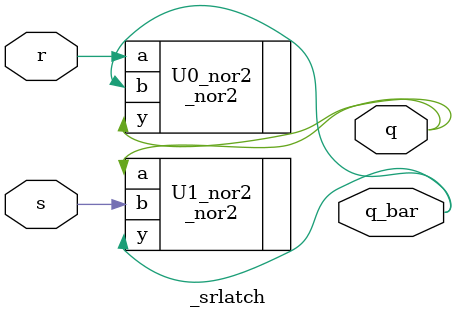
<source format=v>
module _srlatch(r, s, q, q_bar);
	input r, s;
	output q, q_bar;

	_nor2 U0_nor2(.a(r), .b(q_bar), .y(q));
	_nor2 U1_nor2(.a(q), .b(s), .y(q_bar));
endmodule

</source>
